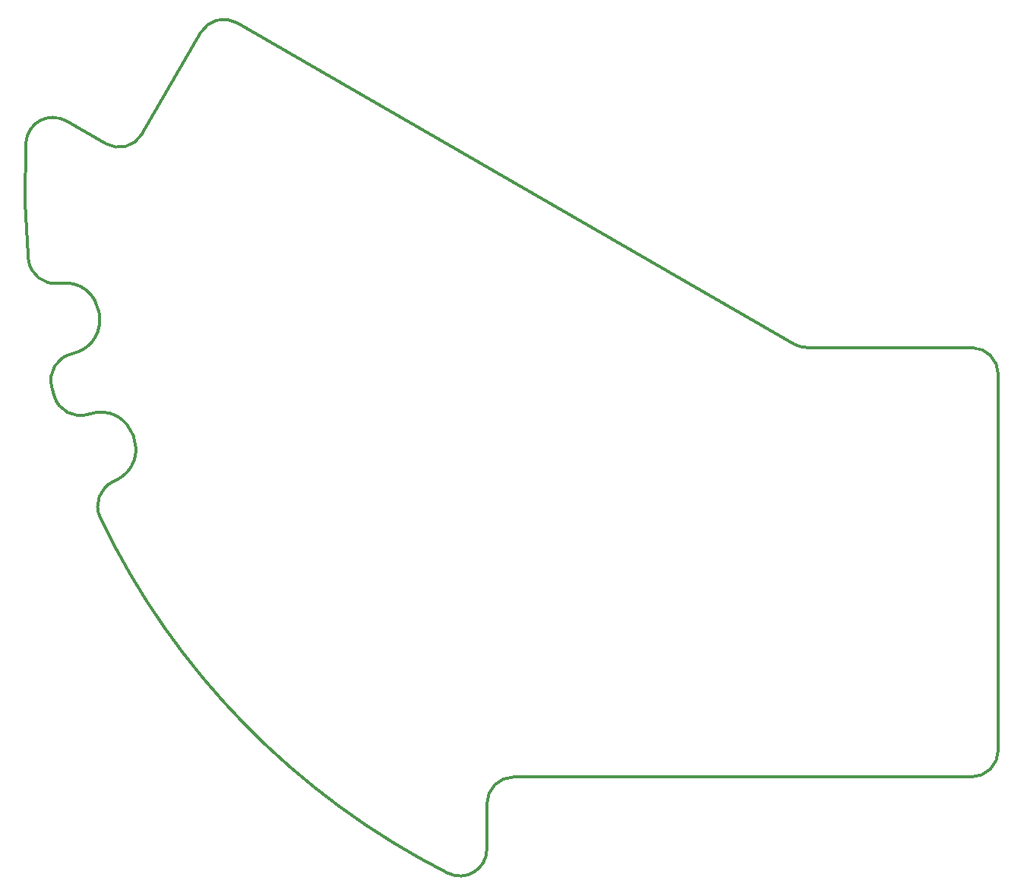
<source format=gbr>
%TF.GenerationSoftware,KiCad,Pcbnew,7.0.9*%
%TF.CreationDate,2024-01-28T09:25:02+00:00*%
%TF.ProjectId,main_PCB_v1,6d61696e-5f50-4434-925f-76312e6b6963,rev?*%
%TF.SameCoordinates,Original*%
%TF.FileFunction,Profile,NP*%
%FSLAX46Y46*%
G04 Gerber Fmt 4.6, Leading zero omitted, Abs format (unit mm)*
G04 Created by KiCad (PCBNEW 7.0.9) date 2024-01-28 09:25:02*
%MOMM*%
%LPD*%
G01*
G04 APERTURE LIST*
%TA.AperFunction,Profile*%
%ADD10C,0.350000*%
%TD*%
G04 APERTURE END LIST*
D10*
%TO.C,OL101*%
X104485567Y-66098090D02*
X100115955Y-63575293D01*
X115083643Y-53741684D02*
X108583643Y-65000014D01*
X119181720Y-52643608D02*
X181174296Y-88435038D01*
X146991320Y-139720214D02*
X146991320Y-144765808D01*
X182674296Y-88836962D02*
X200991320Y-88836962D01*
X200991320Y-136720214D02*
X149991320Y-136720214D01*
X203991320Y-91836962D02*
X203991320Y-133720214D01*
X100115955Y-63575295D02*
G75*
G03*
X95620461Y-66009026I-1500009J-2598058D01*
G01*
X95620458Y-66009026D02*
G75*
G03*
X95890282Y-78994401I85871042J-4711174D01*
G01*
X100727308Y-89539733D02*
G75*
G03*
X98495285Y-93251487I663247J-2925815D01*
G01*
X98495286Y-93251487D02*
G75*
G03*
X98771587Y-94245641I83002014J22532987D01*
G01*
X95890282Y-78994400D02*
G75*
G03*
X99290661Y-81677020I2986022J288558D01*
G01*
X100727308Y-89539732D02*
G75*
G03*
X99290661Y-81677022I-884249J3901038D01*
G01*
X98771588Y-94245641D02*
G75*
G03*
X102598764Y-96273385I2885531J820579D01*
G01*
X105425264Y-103749821D02*
G75*
G03*
X102598764Y-96273387I-1571042J3678563D01*
G01*
X105425264Y-103749822D02*
G75*
G03*
X103896746Y-107802312I1178252J-2758921D01*
G01*
X104485567Y-66098089D02*
G75*
G03*
X108583643Y-65000014I1500032J2597957D01*
G01*
X119181720Y-52643609D02*
G75*
G03*
X115083644Y-53741684I-1500023J-2597990D01*
G01*
X103896743Y-107802312D02*
G75*
G03*
X142635898Y-147442155I77594567J37082092D01*
G01*
X149991320Y-136720214D02*
G75*
G03*
X146991320Y-139720214I42J-3000042D01*
G01*
X142635898Y-147442156D02*
G75*
G03*
X146991320Y-144765808I1355449J2676303D01*
G01*
X181174286Y-88435055D02*
G75*
G03*
X182674296Y-88836962I1500014J2598255D01*
G01*
X203991338Y-91836962D02*
G75*
G03*
X200991320Y-88836962I-2999938J62D01*
G01*
X200991320Y-136720210D02*
G75*
G03*
X203991320Y-133720214I40J2999960D01*
G01*
%TD*%
M02*

</source>
